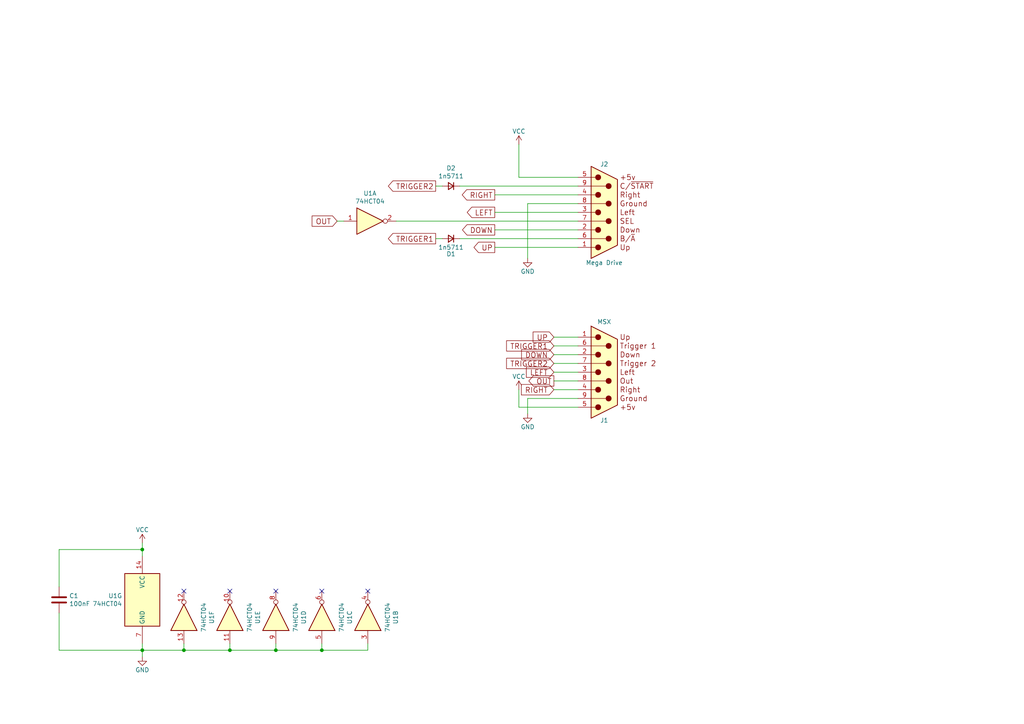
<source format=kicad_sch>
(kicad_sch (version 20211123) (generator eeschema)
  (paper "A4")
  (title_block (title "MSX Mega Adapter") (rev "A") (comment 3 "similar projects.") (comment 4 "This is an easy to build version of the JoyMega by FRS, using same parts as my other"))
  (lib_symbols
    (symbol "74xx:74HCT04"
      (property "Reference" "U" (at 0 1.27 0))
      (property "Value" "74HCT04" (at 0 -1.27 0))
      (symbol "74HCT04_1_0"
        (polyline (pts (xy -3.81 3.81) (xy -3.81 -3.81) (xy 3.81 0) (xy -3.81 3.81)) (stroke (width 0.254)) (fill (type background)))
        (pin input line (at -7.62 0 0) (length 3.81) (name "~") (number "1"))
        (pin output inverted (at 7.62 0 180) (length 3.81) (name "~") (number "2"))
      )
      (symbol "74HCT04_2_0"
        (polyline (pts (xy -3.81 3.81) (xy -3.81 -3.81) (xy 3.81 0) (xy -3.81 3.81)) (stroke (width 0.254)) (fill (type background)))
        (pin input line (at -7.62 0 0) (length 3.81) (name "~") (number "3"))
        (pin output inverted (at 7.62 0 180) (length 3.81) (name "~") (number "4"))
      )
      (symbol "74HCT04_3_0"
        (polyline (pts (xy -3.81 3.81) (xy -3.81 -3.81) (xy 3.81 0) (xy -3.81 3.81)) (stroke (width 0.254)) (fill (type background)))
        (pin input line (at -7.62 0 0) (length 3.81) (name "~") (number "5"))
        (pin output inverted (at 7.62 0 180) (length 3.81) (name "~") (number "6"))
      )
      (symbol "74HCT04_4_0"
        (polyline (pts (xy -3.81 3.81) (xy -3.81 -3.81) (xy 3.81 0) (xy -3.81 3.81)) (stroke (width 0.254)) (fill (type background)))
        (pin output inverted (at 7.62 0 180) (length 3.81) (name "~") (number "8"))
        (pin input line (at -7.62 0 0) (length 3.81) (name "~") (number "9"))
      )
      (symbol "74HCT04_5_0"
        (polyline (pts (xy -3.81 3.81) (xy -3.81 -3.81) (xy 3.81 0) (xy -3.81 3.81)) (stroke (width 0.254)) (fill (type background)))
        (pin output inverted (at 7.62 0 180) (length 3.81) (name "~") (number "10"))
        (pin input line (at -7.62 0 0) (length 3.81) (name "~") (number "11"))
      )
      (symbol "74HCT04_6_0"
        (polyline (pts (xy -3.81 3.81) (xy -3.81 -3.81) (xy 3.81 0) (xy -3.81 3.81)) (stroke (width 0.254)) (fill (type background)))
        (pin output inverted (at 7.62 0 180) (length 3.81) (name "~") (number "12"))
        (pin input line (at -7.62 0 0) (length 3.81) (name "~") (number "13"))
      )
      (symbol "74HCT04_7_0"
        (pin power_in line (at 0 12.7 270) (length 5.08) (name "VCC") (number "14"))
        (pin power_in line (at 0 -12.7 90) (length 5.08) (name "GND") (number "7"))
      )
      (symbol "74HCT04_7_1"
        (rectangle (start -5.08 7.62) (end 5.08 -7.62) (stroke (width 0.254)) (fill (type background)))
      )
    )
    (symbol "Device:C" (pin_numbers hide) (pin_names (offset 0.254))
      (property "Reference" "C" (at 0.635 2.54 0))
      (property "Value" "C" (at 0.635 -2.54 0))
      (symbol "C_0_1"
        (polyline (pts (xy -2.032 -0.762) (xy 2.032 -0.762)) (stroke (width 0.508)))
        (polyline (pts (xy -2.032 0.762) (xy 2.032 0.762)) (stroke (width 0.508)))
      )
      (symbol "C_1_1"
        (pin passive line (at 0 3.81 270) (length 2.794) (name "~") (number "1"))
        (pin passive line (at 0 -3.81 90) (length 2.794) (name "~") (number "2"))
      )
    )
    (symbol "Device:D_Small" (pin_numbers hide) (pin_names (offset 0.254) hide)
      (property "Reference" "D" (at -1.27 2.032 0))
      (property "Value" "D_Small" (at -3.81 -2.032 0))
      (symbol "D_Small_0_1"
        (polyline (pts (xy -0.762 -1.016) (xy -0.762 1.016)) (stroke (width 0.254)))
        (polyline (pts (xy -0.762 0) (xy 0.762 0)))
        (polyline (pts (xy 0.762 -1.016) (xy -0.762 0) (xy 0.762 1.016) (xy 0.762 -1.016)) (stroke (width 0.254)))
      )
      (symbol "D_Small_1_1"
        (pin passive line (at -2.54 0 0) (length 1.778) (name "K") (number "1"))
        (pin passive line (at 2.54 0 180) (length 1.778) (name "A") (number "2"))
      )
    )
    (symbol "msx_joystick:MSX_Joystick_Passive" (pin_names (offset 1.016) hide)
      (property "Reference" "J" (at 0 13.97 0))
      (property "Value" "MSX_Joystick_Passive" (at 0 -14.605 0))
      (symbol "MSX_Joystick_Passive_0_0"
        (text "+5v" (at 4.445 10.16 0) (effects (font (size 1.524 1.524)) (justify left)))
        (text "Down" (at 4.445 -5.08 0) (effects (font (size 1.524 1.524)) (justify left)))
        (text "Ground" (at 4.445 7.62 0) (effects (font (size 1.524 1.524)) (justify left)))
        (text "Left" (at 4.445 0 0) (effects (font (size 1.524 1.524)) (justify left)))
        (text "Right" (at 4.445 5.08 0) (effects (font (size 1.524 1.524)) (justify left)))
        (text "Trigger 1" (at 4.445 -7.62 0) (effects (font (size 1.524 1.524)) (justify left)))
        (text "Up" (at 4.445 -10.16 0) (effects (font (size 1.524 1.524)) (justify left)))
      )
      (symbol "MSX_Joystick_Passive_0_1"
        (circle (center -1.778 -10.16) (radius 0.762) (fill (type outline)))
        (circle (center -1.778 -5.08) (radius 0.762) (fill (type outline)))
        (circle (center -1.778 0) (radius 0.762) (fill (type outline)))
        (circle (center -1.778 5.08) (radius 0.762) (fill (type outline)))
        (circle (center -1.778 10.16) (radius 0.762) (fill (type outline)))
        (polyline (pts (xy -3.81 -10.16) (xy -2.54 -10.16)))
        (polyline (pts (xy -3.81 -7.62) (xy 0.508 -7.62)))
        (polyline (pts (xy -3.81 -5.08) (xy -2.54 -5.08)))
        (polyline (pts (xy -3.81 -2.54) (xy 0.508 -2.54)))
        (polyline (pts (xy -3.81 0) (xy -2.54 0)))
        (polyline (pts (xy -3.81 2.54) (xy 0.508 2.54)))
        (polyline (pts (xy -3.81 5.08) (xy -2.54 5.08)))
        (polyline (pts (xy -3.81 7.62) (xy 0.508 7.62)))
        (polyline (pts (xy -3.81 10.16) (xy -2.54 10.16)))
        (polyline (pts (xy -3.81 -13.335) (xy -3.81 13.335) (xy 3.81 9.525) (xy 3.81 -9.525) (xy -3.81 -13.335)) (stroke (width 0.254)) (fill (type background)))
        (circle (center 1.27 -7.62) (radius 0.762) (fill (type outline)))
        (circle (center 1.27 -2.54) (radius 0.762) (fill (type outline)))
        (circle (center 1.27 2.54) (radius 0.762) (fill (type outline)))
        (circle (center 1.27 7.62) (radius 0.762) (fill (type outline)))
      )
      (symbol "MSX_Joystick_Passive_1_1"
        (text "Out" (at 4.445 2.54 0) (effects (font (size 1.524 1.524)) (justify left)))
        (text "Trigger 2" (at 4.445 -2.54 0) (effects (font (size 1.524 1.524)) (justify left)))
        (pin passive line (at -7.62 -10.16 0) (length 3.81) (name "1") (number "1"))
        (pin passive line (at -7.62 -5.08 0) (length 3.81) (name "2") (number "2"))
        (pin passive line (at -7.62 0 0) (length 3.81) (name "3") (number "3"))
        (pin passive line (at -7.62 5.08 0) (length 3.81) (name "4") (number "4"))
        (pin power_out line (at -7.62 10.16 0) (length 3.81) (name "VCC") (number "5"))
        (pin passive line (at -7.62 -7.62 0) (length 3.81) (name "6") (number "6"))
        (pin passive line (at -7.62 -2.54 0) (length 3.81) (name "7") (number "7"))
        (pin output line (at -7.62 2.54 0) (length 3.81) (name "OUT") (number "8"))
        (pin power_out line (at -7.62 7.62 0) (length 3.81) (name "GND") (number "9"))
      )
    )
    (symbol "power:GND" (power) (pin_names (offset 0))
      (property "Value" "GND" (at 0 -3.81 0))
      (symbol "GND_0_1"
        (polyline (pts (xy 0 0) (xy 0 -1.27) (xy 1.27 -1.27) (xy 0 -2.54) (xy -1.27 -1.27) (xy 0 -1.27)))
      )
      (symbol "GND_1_1"
        (pin power_in line (at 0 0 270) (length 0) hide (name "GND") (number "1"))
      )
    )
    (symbol "power:VCC" (power) (pin_names (offset 0))
      (property "Value" "VCC" (at 0 3.81 0))
      (symbol "VCC_0_1"
        (polyline (pts (xy -0.762 1.27) (xy 0 2.54)))
        (polyline (pts (xy 0 0) (xy 0 2.54)))
        (polyline (pts (xy 0 2.54) (xy 0.762 1.27)))
      )
      (symbol "VCC_1_1"
        (pin power_in line (at 0 0 90) (length 0) hide (name "VCC") (number "1"))
      )
    )
    (symbol "sega_joypad:sega_joypad" (pin_names (offset 1.016) hide)
      (property "Reference" "J" (at 0 13.97 0))
      (property "Value" "sega_joypad" (at 0 -14.605 0))
      (symbol "sega_joypad_0_0"
        (text "+5v" (at 4.445 10.16 0) (effects (font (size 1.524 1.524)) (justify left)))
        (text "B/~{A}" (at 4.445 -7.62 0) (effects (font (size 1.524 1.524)) (justify left)))
        (text "C/~{START}" (at 4.445 7.62 0) (effects (font (size 1.524 1.524)) (justify left)))
        (text "Down" (at 4.445 -5.08 0) (effects (font (size 1.524 1.524)) (justify left)))
        (text "Ground" (at 4.445 2.54 0) (effects (font (size 1.524 1.524)) (justify left)))
        (text "Left" (at 4.445 0 0) (effects (font (size 1.524 1.524)) (justify left)))
        (text "Right" (at 4.445 5.08 0) (effects (font (size 1.524 1.524)) (justify left)))
        (text "SEL" (at 4.445 -2.54 0) (effects (font (size 1.524 1.524)) (justify left)))
        (text "Up" (at 4.445 -10.16 0) (effects (font (size 1.524 1.524)) (justify left)))
      )
      (symbol "sega_joypad_0_1"
        (circle (center -1.778 -10.16) (radius 0.762) (fill (type outline)))
        (circle (center -1.778 -5.08) (radius 0.762) (fill (type outline)))
        (circle (center -1.778 0) (radius 0.762) (fill (type outline)))
        (circle (center -1.778 5.08) (radius 0.762) (fill (type outline)))
        (circle (center -1.778 10.16) (radius 0.762) (fill (type outline)))
        (polyline (pts (xy -3.81 -10.16) (xy -2.54 -10.16)))
        (polyline (pts (xy -3.81 -7.62) (xy 0.508 -7.62)))
        (polyline (pts (xy -3.81 -5.08) (xy -2.54 -5.08)))
        (polyline (pts (xy -3.81 -2.54) (xy 0.508 -2.54)))
        (polyline (pts (xy -3.81 0) (xy -2.54 0)))
        (polyline (pts (xy -3.81 2.54) (xy 0.508 2.54)))
        (polyline (pts (xy -3.81 5.08) (xy -2.54 5.08)))
        (polyline (pts (xy -3.81 7.62) (xy 0.508 7.62)))
        (polyline (pts (xy -3.81 10.16) (xy -2.54 10.16)))
        (polyline (pts (xy -3.81 -13.335) (xy -3.81 13.335) (xy 3.81 9.525) (xy 3.81 -9.525) (xy -3.81 -13.335)) (stroke (width 0.254)) (fill (type background)))
        (circle (center 1.27 -7.62) (radius 0.762) (fill (type outline)))
        (circle (center 1.27 -2.54) (radius 0.762) (fill (type outline)))
        (circle (center 1.27 2.54) (radius 0.762) (fill (type outline)))
        (circle (center 1.27 7.62) (radius 0.762) (fill (type outline)))
      )
      (symbol "sega_joypad_1_1"
        (pin passive line (at -7.62 -10.16 0) (length 3.81) (name "1") (number "1"))
        (pin passive line (at -7.62 -5.08 0) (length 3.81) (name "2") (number "2"))
        (pin passive line (at -7.62 0 0) (length 3.81) (name "3") (number "3"))
        (pin passive line (at -7.62 5.08 0) (length 3.81) (name "4") (number "4"))
        (pin power_in line (at -7.62 10.16 0) (length 3.81) (name "VCC") (number "5"))
        (pin passive line (at -7.62 -7.62 0) (length 3.81) (name "6") (number "6"))
        (pin power_in line (at -7.62 -2.54 0) (length 3.81) (name "7") (number "7"))
        (pin power_in line (at -7.62 2.54 0) (length 3.81) (name "GND") (number "8"))
        (pin passive line (at -7.62 7.62 0) (length 3.81) (name "9") (number "9"))
      )
    )
  )
  (junction (at 41.275 159.385))
  (junction (at 53.34 188.595))
  (junction (at 93.345 188.595))
  (junction (at 41.275 188.595))
  (junction (at 66.675 188.595))
  (junction (at 80.01 188.595))
  (no_connect (at 80.01 171.45))
  (no_connect (at 106.68 171.45))
  (no_connect (at 66.675 171.45))
  (no_connect (at 93.345 171.45))
  (no_connect (at 53.34 171.45))
  (wire (pts (xy 97.79 64.135) (xy 99.695 64.135)))
  (wire (pts (xy 160.655 113.03) (xy 167.64 113.03)))
  (wire (pts (xy 66.675 186.69) (xy 66.675 188.595)))
  (wire (pts (xy 17.145 159.385) (xy 17.145 170.18)))
  (wire (pts (xy 160.655 105.41) (xy 167.64 105.41)))
  (wire (pts (xy 93.345 186.69) (xy 93.345 188.595)))
  (wire (pts (xy 160.655 102.87) (xy 167.64 102.87)))
  (wire (pts (xy 93.345 188.595) (xy 80.01 188.595)))
  (wire (pts (xy 66.675 188.595) (xy 53.34 188.595)))
  (wire (pts (xy 106.68 188.595) (xy 93.345 188.595)))
  (wire (pts (xy 133.35 69.215) (xy 167.64 69.215)))
  (wire (pts (xy 143.51 61.595) (xy 167.64 61.595)))
  (wire (pts (xy 41.275 188.595) (xy 41.275 186.69)))
  (wire (pts (xy 143.51 56.515) (xy 167.64 56.515)))
  (wire (pts (xy 41.275 159.385) (xy 41.275 161.29)))
  (wire (pts (xy 153.035 59.055) (xy 153.035 74.93)))
  (wire (pts (xy 17.145 188.595) (xy 17.145 177.8)))
  (wire (pts (xy 53.34 186.69) (xy 53.34 188.595)))
  (wire (pts (xy 80.01 186.69) (xy 80.01 188.595)))
  (wire (pts (xy 133.35 53.975) (xy 167.64 53.975)))
  (wire (pts (xy 150.495 118.11) (xy 150.495 113.03)))
  (wire (pts (xy 53.34 188.595) (xy 41.275 188.595)))
  (wire (pts (xy 126.365 69.215) (xy 128.27 69.215)))
  (wire (pts (xy 17.145 188.595) (xy 41.275 188.595)))
  (wire (pts (xy 160.655 110.49) (xy 167.64 110.49)))
  (wire (pts (xy 160.655 107.95) (xy 167.64 107.95)))
  (wire (pts (xy 80.01 188.595) (xy 66.675 188.595)))
  (wire (pts (xy 41.275 188.595) (xy 41.275 190.5)))
  (wire (pts (xy 167.64 59.055) (xy 153.035 59.055)))
  (wire (pts (xy 167.64 118.11) (xy 150.495 118.11)))
  (wire (pts (xy 143.51 71.755) (xy 167.64 71.755)))
  (wire (pts (xy 153.035 115.57) (xy 153.035 120.015)))
  (wire (pts (xy 150.495 41.91) (xy 150.495 51.435)))
  (wire (pts (xy 167.64 51.435) (xy 150.495 51.435)))
  (wire (pts (xy 167.64 115.57) (xy 153.035 115.57)))
  (wire (pts (xy 160.655 100.33) (xy 167.64 100.33)))
  (wire (pts (xy 17.145 159.385) (xy 41.275 159.385)))
  (wire (pts (xy 41.275 157.48) (xy 41.275 159.385)))
  (wire (pts (xy 126.365 53.975) (xy 128.27 53.975)))
  (wire (pts (xy 143.51 66.675) (xy 167.64 66.675)))
  (wire (pts (xy 160.655 97.79) (xy 167.64 97.79)))
  (wire (pts (xy 106.68 186.69) (xy 106.68 188.595)))
  (wire (pts (xy 114.935 64.135) (xy 167.64 64.135)))
  (global_label "TRIGGER2" (shape output) (at 126.365 53.975 180) (effects (font (size 1.524 1.524))) (property "Intersheet References" "${INTERSHEET_REFS}" (effects hide)))
  (global_label "TRIGGER1" (shape input) (at 160.655 100.33 180) (effects (font (size 1.524 1.524))) (property "Intersheet References" "${INTERSHEET_REFS}" (effects hide)))
  (global_label "LEFT" (shape input) (at 160.655 107.95 180) (effects (font (size 1.524 1.524))) (property "Intersheet References" "${INTERSHEET_REFS}" (effects hide)))
  (global_label "RIGHT" (shape input) (at 160.655 113.03 180) (effects (font (size 1.524 1.524))) (property "Intersheet References" "${INTERSHEET_REFS}" (effects hide)))
  (global_label "DOWN" (shape input) (at 160.655 102.87 180) (effects (font (size 1.524 1.524))) (property "Intersheet References" "${INTERSHEET_REFS}" (effects hide)))
  (global_label "OUT" (shape input) (at 97.79 64.135 180) (effects (font (size 1.524 1.524))) (property "Intersheet References" "${INTERSHEET_REFS}" (effects hide)))
  (global_label "LEFT" (shape output) (at 143.51 61.595 180) (effects (font (size 1.524 1.524))) (property "Intersheet References" "${INTERSHEET_REFS}" (effects hide)))
  (global_label "TRIGGER2" (shape input) (at 160.655 105.41 180) (effects (font (size 1.524 1.524))) (property "Intersheet References" "${INTERSHEET_REFS}" (effects hide)))
  (global_label "TRIGGER1" (shape output) (at 126.365 69.215 180) (effects (font (size 1.524 1.524))) (property "Intersheet References" "${INTERSHEET_REFS}" (effects hide)))
  (global_label "UP" (shape output) (at 143.51 71.755 180) (effects (font (size 1.524 1.524))) (property "Intersheet References" "${INTERSHEET_REFS}" (effects hide)))
  (global_label "DOWN" (shape output) (at 143.51 66.675 180) (effects (font (size 1.524 1.524))) (property "Intersheet References" "${INTERSHEET_REFS}" (effects hide)))
  (global_label "OUT" (shape output) (at 160.655 110.49 180) (effects (font (size 1.524 1.524))) (property "Intersheet References" "${INTERSHEET_REFS}" (effects hide)))
  (global_label "UP" (shape input) (at 160.655 97.79 180) (effects (font (size 1.524 1.524))) (property "Intersheet References" "${INTERSHEET_REFS}" (effects hide)))
  (global_label "RIGHT" (shape output) (at 143.51 56.515 180) (effects (font (size 1.524 1.524))) (property "Intersheet References" "${INTERSHEET_REFS}" (effects hide)))
  (symbol (lib_id "power:VCC") (at 150.495 41.91 0) (unit 1)
    (property "Reference" "#PWR01" (effects hide))
    (property "Value" "VCC" (at 150.495 38.1 0))
  )
  (symbol (lib_id "msx_joystick:MSX_Joystick_Passive") (at 175.26 107.95 0) (mirror x) (unit 1)
    (property "Reference" "J1" (at 175.26 121.92 0))
    (property "Value" "MSX" (at 175.26 93.345 0))
    (property "Footprint" "RND:DSUB-9_Female_Horizontal_P2.77x2.84mm_EdgePinOffset7.70mm_Housed_MountingHolesOffset9.12mm" (effects hide))
  )
  (symbol (lib_id "sega_joypad:sega_joypad") (at 175.26 61.595 0) (unit 1)
    (property "Reference" "J2" (at 175.26 47.625 0))
    (property "Value" "Mega Drive" (at 175.26 76.2 0))
    (property "Footprint" "RND:DSUB-9_Male_Horizontal_P2.77x2.84mm_EdgePinOffset7.70mm_Housed_MountingHolesOffset9.12mm" (effects hide))
  )
  (symbol (lib_id "power:GND") (at 153.035 74.93 0) (unit 1)
    (property "Reference" "#PWR03" (effects hide))
    (property "Value" "GND" (at 153.035 78.74 0))
  )
  (symbol (lib_id "power:GND") (at 153.035 120.015 0) (unit 1)
    (property "Reference" "#PWR04" (effects hide))
    (property "Value" "GND" (at 153.035 123.825 0))
  )
  (symbol (lib_id "power:VCC") (at 150.495 113.03 0) (unit 1)
    (property "Reference" "#PWR02" (effects hide))
    (property "Value" "VCC" (at 150.495 109.22 0))
  )
  (symbol (lib_id "74xx:74HCT04") (at 107.315 64.135 0) (unit 1)
    (property "Reference" "U1" (at 107.315 56.0832 0))
    (property "Value" "74HCT04" (at 107.315 58.3946 0))
    (property "Footprint" "Housings_DIP:DIP-14_W7.62mm_Socket_LongPads" (effects hide))
    (property "Datasheet" "https://assets.nexperia.com/documents/data-sheet/74HC_HCT04.pdf" (effects hide))
  )
  (symbol (lib_id "74xx:74HCT04") (at 106.68 179.07 270) (mirror x) (unit 2)
    (property "Reference" "U1" (at 114.7318 179.07 0))
    (property "Value" "74HCT04" (at 112.4204 179.07 0))
    (property "Footprint" "Housings_DIP:DIP-14_W7.62mm_Socket_LongPads" (effects hide))
    (property "Datasheet" "https://assets.nexperia.com/documents/data-sheet/74HC_HCT04.pdf" (effects hide))
  )
  (symbol (lib_id "74xx:74HCT04") (at 93.345 179.07 270) (mirror x) (unit 3)
    (property "Reference" "U1" (at 101.3968 179.07 0))
    (property "Value" "74HCT04" (at 99.0854 179.07 0))
    (property "Footprint" "Housings_DIP:DIP-14_W7.62mm_Socket_LongPads" (effects hide))
    (property "Datasheet" "https://assets.nexperia.com/documents/data-sheet/74HC_HCT04.pdf" (effects hide))
  )
  (symbol (lib_id "74xx:74HCT04") (at 80.01 179.07 270) (mirror x) (unit 4)
    (property "Reference" "U1" (at 88.0618 179.07 0))
    (property "Value" "74HCT04" (at 85.7504 179.07 0))
    (property "Footprint" "Housings_DIP:DIP-14_W7.62mm_Socket_LongPads" (effects hide))
    (property "Datasheet" "https://assets.nexperia.com/documents/data-sheet/74HC_HCT04.pdf" (effects hide))
  )
  (symbol (lib_id "74xx:74HCT04") (at 66.675 179.07 270) (mirror x) (unit 5)
    (property "Reference" "U1" (at 74.7268 179.07 0))
    (property "Value" "74HCT04" (at 72.4154 179.07 0))
    (property "Footprint" "Housings_DIP:DIP-14_W7.62mm_Socket_LongPads" (effects hide))
    (property "Datasheet" "https://assets.nexperia.com/documents/data-sheet/74HC_HCT04.pdf" (effects hide))
  )
  (symbol (lib_id "74xx:74HCT04") (at 53.34 179.07 270) (mirror x) (unit 6)
    (property "Reference" "U1" (at 61.3918 179.07 0))
    (property "Value" "74HCT04" (at 59.0804 179.07 0))
    (property "Footprint" "Housings_DIP:DIP-14_W7.62mm_Socket_LongPads" (effects hide))
    (property "Datasheet" "https://assets.nexperia.com/documents/data-sheet/74HC_HCT04.pdf" (effects hide))
  )
  (symbol (lib_id "74xx:74HCT04") (at 41.275 173.99 0) (mirror y) (unit 7)
    (property "Reference" "U1" (at 35.433 172.8216 0) (effects (justify left)))
    (property "Value" "74HCT04" (at 35.433 175.133 0) (effects (justify left)))
    (property "Footprint" "Housings_DIP:DIP-14_W7.62mm_Socket_LongPads" (effects hide))
    (property "Datasheet" "https://assets.nexperia.com/documents/data-sheet/74HC_HCT04.pdf" (effects hide))
  )
  (symbol (lib_id "power:VCC") (at 41.275 157.48 0) (mirror y) (unit 1)
    (property "Reference" "#PWR05" (effects hide))
    (property "Value" "VCC" (at 41.275 153.67 0))
  )
  (symbol (lib_id "power:GND") (at 41.275 190.5 0) (mirror y) (unit 1)
    (property "Reference" "#PWR06" (effects hide))
    (property "Value" "GND" (at 41.275 194.31 0))
  )
  (symbol (lib_id "Device:D_Small") (at 130.81 69.215 0) (mirror y) (unit 1)
    (property "Reference" "D1" (at 130.81 73.66 0))
    (property "Value" "1n5711" (at 130.81 71.755 0))
    (property "Footprint" "Diodes_THT:D_DO-35_SOD27_P7.62mm_Horizontal" (effects hide))
  )
  (symbol (lib_id "Device:D_Small") (at 130.81 53.975 180) (unit 1)
    (property "Reference" "D2" (at 130.81 48.768 0))
    (property "Value" "1n5711" (at 130.81 51.0794 0))
    (property "Footprint" "Diodes_THT:D_DO-35_SOD27_P7.62mm_Horizontal" (effects hide))
  )
  (symbol (lib_id "Device:C") (at 17.145 173.99 0) (mirror y) (unit 1)
    (property "Reference" "C1" (at 20.066 172.8216 0) (effects (justify right)))
    (property "Value" "100nF" (at 20.066 175.133 0) (effects (justify right)))
    (property "Footprint" "Capacitors_THT:C_Disc_D4.7mm_W2.5mm_P5.00mm" (effects hide))
  )
)
</source>
